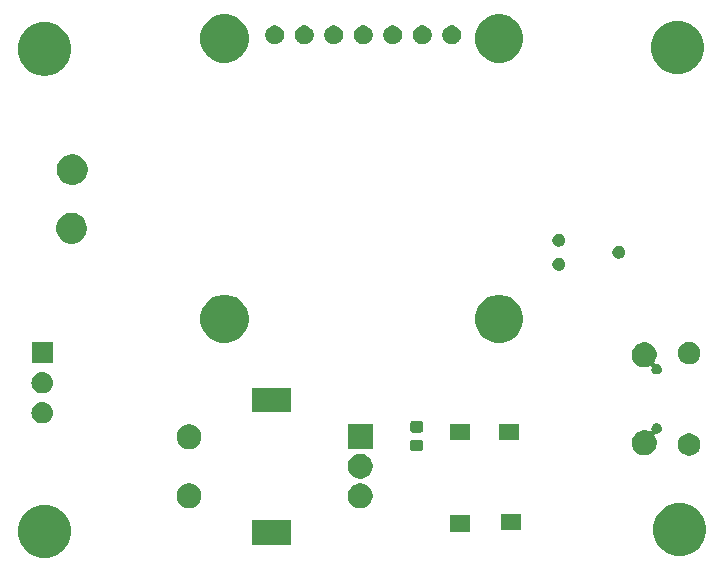
<source format=gbs>
G04 #@! TF.GenerationSoftware,KiCad,Pcbnew,(5.1.2)-1*
G04 #@! TF.CreationDate,2019-08-03T00:37:11-03:00*
G04 #@! TF.ProjectId,Medidor,4d656469-646f-4722-9e6b-696361645f70,rev?*
G04 #@! TF.SameCoordinates,Original*
G04 #@! TF.FileFunction,Soldermask,Bot*
G04 #@! TF.FilePolarity,Negative*
%FSLAX46Y46*%
G04 Gerber Fmt 4.6, Leading zero omitted, Abs format (unit mm)*
G04 Created by KiCad (PCBNEW (5.1.2)-1) date 2019-08-03 00:37:11*
%MOMM*%
%LPD*%
G04 APERTURE LIST*
%ADD10C,0.100000*%
G04 APERTURE END LIST*
D10*
G36*
X87080380Y-129966776D02*
G01*
X87461093Y-130042504D01*
X87870749Y-130212189D01*
X88239429Y-130458534D01*
X88552966Y-130772071D01*
X88799311Y-131140751D01*
X88968996Y-131550407D01*
X89055500Y-131985296D01*
X89055500Y-132428704D01*
X88968996Y-132863593D01*
X88799311Y-133273249D01*
X88552966Y-133641929D01*
X88239429Y-133955466D01*
X87870749Y-134201811D01*
X87461093Y-134371496D01*
X87080380Y-134447224D01*
X87026205Y-134458000D01*
X86582795Y-134458000D01*
X86528620Y-134447224D01*
X86147907Y-134371496D01*
X85738251Y-134201811D01*
X85369571Y-133955466D01*
X85056034Y-133641929D01*
X84809689Y-133273249D01*
X84640004Y-132863593D01*
X84553500Y-132428704D01*
X84553500Y-131985296D01*
X84640004Y-131550407D01*
X84809689Y-131140751D01*
X85056034Y-130772071D01*
X85369571Y-130458534D01*
X85738251Y-130212189D01*
X86147907Y-130042504D01*
X86528620Y-129966776D01*
X86582795Y-129956000D01*
X87026205Y-129956000D01*
X87080380Y-129966776D01*
X87080380Y-129966776D01*
G37*
G36*
X140864880Y-129839776D02*
G01*
X141245593Y-129915504D01*
X141655249Y-130085189D01*
X142023929Y-130331534D01*
X142337466Y-130645071D01*
X142583811Y-131013751D01*
X142753496Y-131423407D01*
X142840000Y-131858296D01*
X142840000Y-132301704D01*
X142753496Y-132736593D01*
X142583811Y-133146249D01*
X142337466Y-133514929D01*
X142023929Y-133828466D01*
X141655249Y-134074811D01*
X141245593Y-134244496D01*
X140864880Y-134320224D01*
X140810705Y-134331000D01*
X140367295Y-134331000D01*
X140313120Y-134320224D01*
X139932407Y-134244496D01*
X139522751Y-134074811D01*
X139154071Y-133828466D01*
X138840534Y-133514929D01*
X138594189Y-133146249D01*
X138424504Y-132736593D01*
X138338000Y-132301704D01*
X138338000Y-131858296D01*
X138424504Y-131423407D01*
X138594189Y-131013751D01*
X138840534Y-130645071D01*
X139154071Y-130331534D01*
X139522751Y-130085189D01*
X139932407Y-129915504D01*
X140313120Y-129839776D01*
X140367295Y-129829000D01*
X140810705Y-129829000D01*
X140864880Y-129839776D01*
X140864880Y-129839776D01*
G37*
G36*
X107689000Y-133357000D02*
G01*
X104387000Y-133357000D01*
X104387000Y-131255000D01*
X107689000Y-131255000D01*
X107689000Y-133357000D01*
X107689000Y-133357000D01*
G37*
G36*
X122834500Y-132273000D02*
G01*
X121132500Y-132273000D01*
X121132500Y-130871000D01*
X122834500Y-130871000D01*
X122834500Y-132273000D01*
X122834500Y-132273000D01*
G37*
G36*
X127152500Y-132146000D02*
G01*
X125450500Y-132146000D01*
X125450500Y-130744000D01*
X127152500Y-130744000D01*
X127152500Y-132146000D01*
X127152500Y-132146000D01*
G37*
G36*
X99344564Y-128195389D02*
G01*
X99535833Y-128274615D01*
X99535835Y-128274616D01*
X99707973Y-128389635D01*
X99854365Y-128536027D01*
X99969385Y-128708167D01*
X100048611Y-128899436D01*
X100089000Y-129102484D01*
X100089000Y-129309516D01*
X100048611Y-129512564D01*
X99969385Y-129703833D01*
X99969384Y-129703835D01*
X99854365Y-129875973D01*
X99707973Y-130022365D01*
X99535835Y-130137384D01*
X99535834Y-130137385D01*
X99535833Y-130137385D01*
X99344564Y-130216611D01*
X99141516Y-130257000D01*
X98934484Y-130257000D01*
X98731436Y-130216611D01*
X98540167Y-130137385D01*
X98540166Y-130137385D01*
X98540165Y-130137384D01*
X98368027Y-130022365D01*
X98221635Y-129875973D01*
X98106616Y-129703835D01*
X98106615Y-129703833D01*
X98027389Y-129512564D01*
X97987000Y-129309516D01*
X97987000Y-129102484D01*
X98027389Y-128899436D01*
X98106615Y-128708167D01*
X98221635Y-128536027D01*
X98368027Y-128389635D01*
X98540165Y-128274616D01*
X98540167Y-128274615D01*
X98731436Y-128195389D01*
X98934484Y-128155000D01*
X99141516Y-128155000D01*
X99344564Y-128195389D01*
X99344564Y-128195389D01*
G37*
G36*
X113844564Y-128195389D02*
G01*
X114035833Y-128274615D01*
X114035835Y-128274616D01*
X114207973Y-128389635D01*
X114354365Y-128536027D01*
X114469385Y-128708167D01*
X114548611Y-128899436D01*
X114589000Y-129102484D01*
X114589000Y-129309516D01*
X114548611Y-129512564D01*
X114469385Y-129703833D01*
X114469384Y-129703835D01*
X114354365Y-129875973D01*
X114207973Y-130022365D01*
X114035835Y-130137384D01*
X114035834Y-130137385D01*
X114035833Y-130137385D01*
X113844564Y-130216611D01*
X113641516Y-130257000D01*
X113434484Y-130257000D01*
X113231436Y-130216611D01*
X113040167Y-130137385D01*
X113040166Y-130137385D01*
X113040165Y-130137384D01*
X112868027Y-130022365D01*
X112721635Y-129875973D01*
X112606616Y-129703835D01*
X112606615Y-129703833D01*
X112527389Y-129512564D01*
X112487000Y-129309516D01*
X112487000Y-129102484D01*
X112527389Y-128899436D01*
X112606615Y-128708167D01*
X112721635Y-128536027D01*
X112868027Y-128389635D01*
X113040165Y-128274616D01*
X113040167Y-128274615D01*
X113231436Y-128195389D01*
X113434484Y-128155000D01*
X113641516Y-128155000D01*
X113844564Y-128195389D01*
X113844564Y-128195389D01*
G37*
G36*
X113844564Y-125695389D02*
G01*
X114012620Y-125765000D01*
X114035835Y-125774616D01*
X114096274Y-125815000D01*
X114207973Y-125889635D01*
X114354365Y-126036027D01*
X114469385Y-126208167D01*
X114548611Y-126399436D01*
X114589000Y-126602484D01*
X114589000Y-126809516D01*
X114548611Y-127012564D01*
X114469385Y-127203833D01*
X114469384Y-127203835D01*
X114354365Y-127375973D01*
X114207973Y-127522365D01*
X114035835Y-127637384D01*
X114035834Y-127637385D01*
X114035833Y-127637385D01*
X113844564Y-127716611D01*
X113641516Y-127757000D01*
X113434484Y-127757000D01*
X113231436Y-127716611D01*
X113040167Y-127637385D01*
X113040166Y-127637385D01*
X113040165Y-127637384D01*
X112868027Y-127522365D01*
X112721635Y-127375973D01*
X112606616Y-127203835D01*
X112606615Y-127203833D01*
X112527389Y-127012564D01*
X112487000Y-126809516D01*
X112487000Y-126602484D01*
X112527389Y-126399436D01*
X112606615Y-126208167D01*
X112721635Y-126036027D01*
X112868027Y-125889635D01*
X112979726Y-125815000D01*
X113040165Y-125774616D01*
X113063380Y-125765000D01*
X113231436Y-125695389D01*
X113434484Y-125655000D01*
X113641516Y-125655000D01*
X113844564Y-125695389D01*
X113844564Y-125695389D01*
G37*
G36*
X141673395Y-123949546D02*
G01*
X141846466Y-124021234D01*
X141846467Y-124021235D01*
X142002227Y-124125310D01*
X142134690Y-124257773D01*
X142134691Y-124257775D01*
X142238766Y-124413534D01*
X142310454Y-124586605D01*
X142347000Y-124770333D01*
X142347000Y-124957667D01*
X142310454Y-125141395D01*
X142238766Y-125314466D01*
X142196622Y-125377539D01*
X142134690Y-125470227D01*
X142002227Y-125602690D01*
X141938331Y-125645384D01*
X141846466Y-125706766D01*
X141673395Y-125778454D01*
X141489667Y-125815000D01*
X141302333Y-125815000D01*
X141118605Y-125778454D01*
X140945534Y-125706766D01*
X140853669Y-125645384D01*
X140789773Y-125602690D01*
X140657310Y-125470227D01*
X140595378Y-125377539D01*
X140553234Y-125314466D01*
X140481546Y-125141395D01*
X140445000Y-124957667D01*
X140445000Y-124770333D01*
X140481546Y-124586605D01*
X140553234Y-124413534D01*
X140657309Y-124257775D01*
X140657310Y-124257773D01*
X140789773Y-124125310D01*
X140945533Y-124021235D01*
X140945534Y-124021234D01*
X141118605Y-123949546D01*
X141302333Y-123913000D01*
X141489667Y-123913000D01*
X141673395Y-123949546D01*
X141673395Y-123949546D01*
G37*
G36*
X138777552Y-123055331D02*
G01*
X138859627Y-123089328D01*
X138859629Y-123089329D01*
X138933496Y-123138686D01*
X138996314Y-123201504D01*
X139045167Y-123274616D01*
X139045672Y-123275373D01*
X139079669Y-123357448D01*
X139097000Y-123444579D01*
X139097000Y-123533421D01*
X139079669Y-123620552D01*
X139059159Y-123670066D01*
X139045671Y-123702629D01*
X139020825Y-123739813D01*
X138997254Y-123775090D01*
X138996314Y-123776496D01*
X138933496Y-123839314D01*
X138859629Y-123888671D01*
X138859628Y-123888672D01*
X138859627Y-123888672D01*
X138777552Y-123922669D01*
X138690421Y-123940000D01*
X138601580Y-123940000D01*
X138599171Y-123939521D01*
X138574787Y-123937120D01*
X138550401Y-123939522D01*
X138526952Y-123946636D01*
X138505342Y-123958187D01*
X138486400Y-123973733D01*
X138470855Y-123992675D01*
X138459304Y-124014286D01*
X138452191Y-124037735D01*
X138449790Y-124062121D01*
X138452192Y-124086507D01*
X138459306Y-124109956D01*
X138470856Y-124131565D01*
X138527385Y-124216167D01*
X138606611Y-124407436D01*
X138647000Y-124610484D01*
X138647000Y-124817516D01*
X138606611Y-125020564D01*
X138558222Y-125137385D01*
X138527384Y-125211835D01*
X138412365Y-125383973D01*
X138265973Y-125530365D01*
X138093835Y-125645384D01*
X138093834Y-125645385D01*
X138093833Y-125645385D01*
X137902564Y-125724611D01*
X137699516Y-125765000D01*
X137492484Y-125765000D01*
X137289436Y-125724611D01*
X137098167Y-125645385D01*
X137098166Y-125645385D01*
X137098165Y-125645384D01*
X136926027Y-125530365D01*
X136779635Y-125383973D01*
X136664616Y-125211835D01*
X136633778Y-125137385D01*
X136585389Y-125020564D01*
X136545000Y-124817516D01*
X136545000Y-124610484D01*
X136585389Y-124407436D01*
X136664615Y-124216167D01*
X136725324Y-124125310D01*
X136779635Y-124044027D01*
X136926027Y-123897635D01*
X137098165Y-123782616D01*
X137112940Y-123776496D01*
X137289436Y-123703389D01*
X137492484Y-123663000D01*
X137699516Y-123663000D01*
X137902565Y-123703389D01*
X138042047Y-123761164D01*
X138065496Y-123768277D01*
X138089882Y-123770679D01*
X138114269Y-123768277D01*
X138137717Y-123761164D01*
X138159328Y-123749613D01*
X138178270Y-123734067D01*
X138193815Y-123715125D01*
X138205366Y-123693515D01*
X138212479Y-123670066D01*
X138214881Y-123645680D01*
X138212479Y-123621294D01*
X138195000Y-123533421D01*
X138195000Y-123444579D01*
X138212331Y-123357448D01*
X138246328Y-123275373D01*
X138246834Y-123274616D01*
X138295686Y-123201504D01*
X138358504Y-123138686D01*
X138432371Y-123089329D01*
X138432373Y-123089328D01*
X138514448Y-123055331D01*
X138601579Y-123038000D01*
X138690421Y-123038000D01*
X138777552Y-123055331D01*
X138777552Y-123055331D01*
G37*
G36*
X118692791Y-124458285D02*
G01*
X118726769Y-124468593D01*
X118758090Y-124485334D01*
X118785539Y-124507861D01*
X118808066Y-124535310D01*
X118824807Y-124566631D01*
X118835115Y-124600609D01*
X118839200Y-124642090D01*
X118839200Y-125243310D01*
X118835115Y-125284791D01*
X118824807Y-125318769D01*
X118808066Y-125350090D01*
X118785539Y-125377539D01*
X118758090Y-125400066D01*
X118726769Y-125416807D01*
X118692791Y-125427115D01*
X118651310Y-125431200D01*
X117975090Y-125431200D01*
X117933609Y-125427115D01*
X117899631Y-125416807D01*
X117868310Y-125400066D01*
X117840861Y-125377539D01*
X117818334Y-125350090D01*
X117801593Y-125318769D01*
X117791285Y-125284791D01*
X117787200Y-125243310D01*
X117787200Y-124642090D01*
X117791285Y-124600609D01*
X117801593Y-124566631D01*
X117818334Y-124535310D01*
X117840861Y-124507861D01*
X117868310Y-124485334D01*
X117899631Y-124468593D01*
X117933609Y-124458285D01*
X117975090Y-124454200D01*
X118651310Y-124454200D01*
X118692791Y-124458285D01*
X118692791Y-124458285D01*
G37*
G36*
X99344564Y-123195389D02*
G01*
X99535833Y-123274615D01*
X99535835Y-123274616D01*
X99707973Y-123389635D01*
X99854365Y-123536027D01*
X99966193Y-123703389D01*
X99969385Y-123708167D01*
X100048611Y-123899436D01*
X100089000Y-124102484D01*
X100089000Y-124309516D01*
X100048611Y-124512564D01*
X99991352Y-124650799D01*
X99969384Y-124703835D01*
X99854365Y-124875973D01*
X99707973Y-125022365D01*
X99535835Y-125137384D01*
X99535834Y-125137385D01*
X99535833Y-125137385D01*
X99344564Y-125216611D01*
X99141516Y-125257000D01*
X98934484Y-125257000D01*
X98731436Y-125216611D01*
X98540167Y-125137385D01*
X98540166Y-125137385D01*
X98540165Y-125137384D01*
X98368027Y-125022365D01*
X98221635Y-124875973D01*
X98106616Y-124703835D01*
X98084648Y-124650799D01*
X98027389Y-124512564D01*
X97987000Y-124309516D01*
X97987000Y-124102484D01*
X98027389Y-123899436D01*
X98106615Y-123708167D01*
X98109808Y-123703389D01*
X98221635Y-123536027D01*
X98368027Y-123389635D01*
X98540165Y-123274616D01*
X98540167Y-123274615D01*
X98731436Y-123195389D01*
X98934484Y-123155000D01*
X99141516Y-123155000D01*
X99344564Y-123195389D01*
X99344564Y-123195389D01*
G37*
G36*
X114589000Y-125257000D02*
G01*
X112487000Y-125257000D01*
X112487000Y-123155000D01*
X114589000Y-123155000D01*
X114589000Y-125257000D01*
X114589000Y-125257000D01*
G37*
G36*
X127025500Y-124526000D02*
G01*
X125323500Y-124526000D01*
X125323500Y-123124000D01*
X127025500Y-123124000D01*
X127025500Y-124526000D01*
X127025500Y-124526000D01*
G37*
G36*
X122834500Y-124526000D02*
G01*
X121132500Y-124526000D01*
X121132500Y-123124000D01*
X122834500Y-123124000D01*
X122834500Y-124526000D01*
X122834500Y-124526000D01*
G37*
G36*
X118692791Y-122883285D02*
G01*
X118726769Y-122893593D01*
X118758090Y-122910334D01*
X118785539Y-122932861D01*
X118808066Y-122960310D01*
X118824807Y-122991631D01*
X118835115Y-123025609D01*
X118839200Y-123067090D01*
X118839200Y-123668310D01*
X118835115Y-123709791D01*
X118824807Y-123743769D01*
X118808066Y-123775090D01*
X118785539Y-123802539D01*
X118758090Y-123825066D01*
X118726769Y-123841807D01*
X118692791Y-123852115D01*
X118651310Y-123856200D01*
X117975090Y-123856200D01*
X117933609Y-123852115D01*
X117899631Y-123841807D01*
X117868310Y-123825066D01*
X117840861Y-123802539D01*
X117818334Y-123775090D01*
X117801593Y-123743769D01*
X117791285Y-123709791D01*
X117787200Y-123668310D01*
X117787200Y-123067090D01*
X117791285Y-123025609D01*
X117801593Y-122991631D01*
X117818334Y-122960310D01*
X117840861Y-122932861D01*
X117868310Y-122910334D01*
X117899631Y-122893593D01*
X117933609Y-122883285D01*
X117975090Y-122879200D01*
X118651310Y-122879200D01*
X118692791Y-122883285D01*
X118692791Y-122883285D01*
G37*
G36*
X86724442Y-121279518D02*
G01*
X86790627Y-121286037D01*
X86960466Y-121337557D01*
X87116991Y-121421222D01*
X87152729Y-121450552D01*
X87254186Y-121533814D01*
X87337448Y-121635271D01*
X87366778Y-121671009D01*
X87450443Y-121827534D01*
X87501963Y-121997373D01*
X87519359Y-122174000D01*
X87501963Y-122350627D01*
X87450443Y-122520466D01*
X87366778Y-122676991D01*
X87337448Y-122712729D01*
X87254186Y-122814186D01*
X87157427Y-122893593D01*
X87116991Y-122926778D01*
X86960466Y-123010443D01*
X86790627Y-123061963D01*
X86724442Y-123068482D01*
X86658260Y-123075000D01*
X86569740Y-123075000D01*
X86503558Y-123068482D01*
X86437373Y-123061963D01*
X86267534Y-123010443D01*
X86111009Y-122926778D01*
X86070573Y-122893593D01*
X85973814Y-122814186D01*
X85890552Y-122712729D01*
X85861222Y-122676991D01*
X85777557Y-122520466D01*
X85726037Y-122350627D01*
X85708641Y-122174000D01*
X85726037Y-121997373D01*
X85777557Y-121827534D01*
X85861222Y-121671009D01*
X85890552Y-121635271D01*
X85973814Y-121533814D01*
X86075271Y-121450552D01*
X86111009Y-121421222D01*
X86267534Y-121337557D01*
X86437373Y-121286037D01*
X86503558Y-121279518D01*
X86569740Y-121273000D01*
X86658260Y-121273000D01*
X86724442Y-121279518D01*
X86724442Y-121279518D01*
G37*
G36*
X107689000Y-122157000D02*
G01*
X104387000Y-122157000D01*
X104387000Y-120055000D01*
X107689000Y-120055000D01*
X107689000Y-122157000D01*
X107689000Y-122157000D01*
G37*
G36*
X86724442Y-118739518D02*
G01*
X86790627Y-118746037D01*
X86960466Y-118797557D01*
X87116991Y-118881222D01*
X87152729Y-118910552D01*
X87254186Y-118993814D01*
X87337448Y-119095271D01*
X87366778Y-119131009D01*
X87450443Y-119287534D01*
X87501963Y-119457373D01*
X87519359Y-119634000D01*
X87501963Y-119810627D01*
X87450443Y-119980466D01*
X87366778Y-120136991D01*
X87337448Y-120172729D01*
X87254186Y-120274186D01*
X87152729Y-120357448D01*
X87116991Y-120386778D01*
X86960466Y-120470443D01*
X86790627Y-120521963D01*
X86724443Y-120528481D01*
X86658260Y-120535000D01*
X86569740Y-120535000D01*
X86503557Y-120528481D01*
X86437373Y-120521963D01*
X86267534Y-120470443D01*
X86111009Y-120386778D01*
X86075271Y-120357448D01*
X85973814Y-120274186D01*
X85890552Y-120172729D01*
X85861222Y-120136991D01*
X85777557Y-119980466D01*
X85726037Y-119810627D01*
X85708641Y-119634000D01*
X85726037Y-119457373D01*
X85777557Y-119287534D01*
X85861222Y-119131009D01*
X85890552Y-119095271D01*
X85973814Y-118993814D01*
X86075271Y-118910552D01*
X86111009Y-118881222D01*
X86267534Y-118797557D01*
X86437373Y-118746037D01*
X86503558Y-118739518D01*
X86569740Y-118733000D01*
X86658260Y-118733000D01*
X86724442Y-118739518D01*
X86724442Y-118739518D01*
G37*
G36*
X137902564Y-116253389D02*
G01*
X138093833Y-116332615D01*
X138093835Y-116332616D01*
X138157731Y-116375310D01*
X138265973Y-116447635D01*
X138412365Y-116594027D01*
X138527385Y-116766167D01*
X138606611Y-116957436D01*
X138647000Y-117160484D01*
X138647000Y-117367516D01*
X138606611Y-117570564D01*
X138527385Y-117761833D01*
X138470856Y-117846435D01*
X138459305Y-117868046D01*
X138452192Y-117891495D01*
X138449790Y-117915881D01*
X138452192Y-117940267D01*
X138459305Y-117963716D01*
X138470856Y-117985327D01*
X138486401Y-118004269D01*
X138505343Y-118019814D01*
X138526954Y-118031365D01*
X138550403Y-118038478D01*
X138574789Y-118040880D01*
X138599171Y-118038479D01*
X138601580Y-118038000D01*
X138690421Y-118038000D01*
X138777552Y-118055331D01*
X138859627Y-118089328D01*
X138859629Y-118089329D01*
X138933496Y-118138686D01*
X138996314Y-118201504D01*
X139045163Y-118274610D01*
X139045672Y-118275373D01*
X139079669Y-118357448D01*
X139097000Y-118444579D01*
X139097000Y-118533421D01*
X139079669Y-118620552D01*
X139045672Y-118702627D01*
X139045671Y-118702629D01*
X138996314Y-118776496D01*
X138933496Y-118839314D01*
X138859629Y-118888671D01*
X138859628Y-118888672D01*
X138859627Y-118888672D01*
X138777552Y-118922669D01*
X138690421Y-118940000D01*
X138601579Y-118940000D01*
X138514448Y-118922669D01*
X138432373Y-118888672D01*
X138432372Y-118888672D01*
X138432371Y-118888671D01*
X138358504Y-118839314D01*
X138295686Y-118776496D01*
X138246329Y-118702629D01*
X138246328Y-118702627D01*
X138212331Y-118620552D01*
X138195000Y-118533421D01*
X138195000Y-118444579D01*
X138212479Y-118356706D01*
X138214881Y-118332320D01*
X138212479Y-118307934D01*
X138205366Y-118284485D01*
X138193815Y-118262874D01*
X138178270Y-118243932D01*
X138159328Y-118228387D01*
X138137717Y-118216836D01*
X138114268Y-118209723D01*
X138089882Y-118207321D01*
X138065496Y-118209723D01*
X138042047Y-118216836D01*
X137902565Y-118274611D01*
X137699516Y-118315000D01*
X137492484Y-118315000D01*
X137289436Y-118274611D01*
X137098167Y-118195385D01*
X137098166Y-118195385D01*
X137098165Y-118195384D01*
X136926027Y-118080365D01*
X136779635Y-117933973D01*
X136664616Y-117761835D01*
X136664615Y-117761833D01*
X136585389Y-117570564D01*
X136545000Y-117367516D01*
X136545000Y-117160484D01*
X136585389Y-116957436D01*
X136664615Y-116766167D01*
X136779635Y-116594027D01*
X136926027Y-116447635D01*
X137034269Y-116375310D01*
X137098165Y-116332616D01*
X137098167Y-116332615D01*
X137289436Y-116253389D01*
X137492484Y-116213000D01*
X137699516Y-116213000D01*
X137902564Y-116253389D01*
X137902564Y-116253389D01*
G37*
G36*
X141673395Y-116199546D02*
G01*
X141846466Y-116271234D01*
X141923818Y-116322919D01*
X142002227Y-116375310D01*
X142134690Y-116507773D01*
X142134691Y-116507775D01*
X142238766Y-116663534D01*
X142310454Y-116836605D01*
X142347000Y-117020333D01*
X142347000Y-117207667D01*
X142310454Y-117391395D01*
X142238766Y-117564466D01*
X142187081Y-117641818D01*
X142134690Y-117720227D01*
X142002227Y-117852690D01*
X141979245Y-117868046D01*
X141846466Y-117956766D01*
X141673395Y-118028454D01*
X141489667Y-118065000D01*
X141302333Y-118065000D01*
X141118605Y-118028454D01*
X140945534Y-117956766D01*
X140812755Y-117868046D01*
X140789773Y-117852690D01*
X140657310Y-117720227D01*
X140604919Y-117641818D01*
X140553234Y-117564466D01*
X140481546Y-117391395D01*
X140445000Y-117207667D01*
X140445000Y-117020333D01*
X140481546Y-116836605D01*
X140553234Y-116663534D01*
X140657309Y-116507775D01*
X140657310Y-116507773D01*
X140789773Y-116375310D01*
X140868182Y-116322919D01*
X140945534Y-116271234D01*
X141118605Y-116199546D01*
X141302333Y-116163000D01*
X141489667Y-116163000D01*
X141673395Y-116199546D01*
X141673395Y-116199546D01*
G37*
G36*
X87515000Y-117995000D02*
G01*
X85713000Y-117995000D01*
X85713000Y-116193000D01*
X87515000Y-116193000D01*
X87515000Y-117995000D01*
X87515000Y-117995000D01*
G37*
G36*
X125892754Y-112264318D02*
G01*
X126266011Y-112418926D01*
X126266013Y-112418927D01*
X126601936Y-112643384D01*
X126887616Y-112929064D01*
X127112074Y-113264989D01*
X127266682Y-113638246D01*
X127345500Y-114034493D01*
X127345500Y-114438507D01*
X127266682Y-114834754D01*
X127112074Y-115208011D01*
X127112073Y-115208013D01*
X126887616Y-115543936D01*
X126601936Y-115829616D01*
X126266013Y-116054073D01*
X126266012Y-116054074D01*
X126266011Y-116054074D01*
X125892754Y-116208682D01*
X125496507Y-116287500D01*
X125092493Y-116287500D01*
X124696246Y-116208682D01*
X124322989Y-116054074D01*
X124322988Y-116054074D01*
X124322987Y-116054073D01*
X123987064Y-115829616D01*
X123701384Y-115543936D01*
X123476927Y-115208013D01*
X123476926Y-115208011D01*
X123322318Y-114834754D01*
X123243500Y-114438507D01*
X123243500Y-114034493D01*
X123322318Y-113638246D01*
X123476926Y-113264989D01*
X123701384Y-112929064D01*
X123987064Y-112643384D01*
X124322987Y-112418927D01*
X124322989Y-112418926D01*
X124696246Y-112264318D01*
X125092493Y-112185500D01*
X125496507Y-112185500D01*
X125892754Y-112264318D01*
X125892754Y-112264318D01*
G37*
G36*
X102642754Y-112264318D02*
G01*
X103016011Y-112418926D01*
X103016013Y-112418927D01*
X103351936Y-112643384D01*
X103637616Y-112929064D01*
X103862074Y-113264989D01*
X104016682Y-113638246D01*
X104095500Y-114034493D01*
X104095500Y-114438507D01*
X104016682Y-114834754D01*
X103862074Y-115208011D01*
X103862073Y-115208013D01*
X103637616Y-115543936D01*
X103351936Y-115829616D01*
X103016013Y-116054073D01*
X103016012Y-116054074D01*
X103016011Y-116054074D01*
X102642754Y-116208682D01*
X102246507Y-116287500D01*
X101842493Y-116287500D01*
X101446246Y-116208682D01*
X101072989Y-116054074D01*
X101072988Y-116054074D01*
X101072987Y-116054073D01*
X100737064Y-115829616D01*
X100451384Y-115543936D01*
X100226927Y-115208013D01*
X100226926Y-115208011D01*
X100072318Y-114834754D01*
X99993500Y-114438507D01*
X99993500Y-114034493D01*
X100072318Y-113638246D01*
X100226926Y-113264989D01*
X100451384Y-112929064D01*
X100737064Y-112643384D01*
X101072987Y-112418927D01*
X101072989Y-112418926D01*
X101446246Y-112264318D01*
X101842493Y-112185500D01*
X102246507Y-112185500D01*
X102642754Y-112264318D01*
X102642754Y-112264318D01*
G37*
G36*
X130459378Y-109065197D02*
G01*
X130512150Y-109075694D01*
X130611570Y-109116875D01*
X130701046Y-109176661D01*
X130777139Y-109252754D01*
X130836925Y-109342230D01*
X130878106Y-109441650D01*
X130899100Y-109547194D01*
X130899100Y-109654806D01*
X130878106Y-109760350D01*
X130836925Y-109859770D01*
X130777139Y-109949246D01*
X130701046Y-110025339D01*
X130611570Y-110085125D01*
X130512150Y-110126306D01*
X130459378Y-110136803D01*
X130406607Y-110147300D01*
X130298993Y-110147300D01*
X130246222Y-110136803D01*
X130193450Y-110126306D01*
X130094030Y-110085125D01*
X130004554Y-110025339D01*
X129928461Y-109949246D01*
X129868675Y-109859770D01*
X129827494Y-109760350D01*
X129806500Y-109654806D01*
X129806500Y-109547194D01*
X129827494Y-109441650D01*
X129868675Y-109342230D01*
X129928461Y-109252754D01*
X130004554Y-109176661D01*
X130094030Y-109116875D01*
X130193450Y-109075694D01*
X130246222Y-109065197D01*
X130298993Y-109054700D01*
X130406607Y-109054700D01*
X130459378Y-109065197D01*
X130459378Y-109065197D01*
G37*
G36*
X135539378Y-108049197D02*
G01*
X135592150Y-108059694D01*
X135691570Y-108100875D01*
X135781046Y-108160661D01*
X135857139Y-108236754D01*
X135916925Y-108326230D01*
X135958106Y-108425650D01*
X135979100Y-108531194D01*
X135979100Y-108638806D01*
X135958106Y-108744350D01*
X135916925Y-108843770D01*
X135857139Y-108933246D01*
X135781046Y-109009339D01*
X135691570Y-109069125D01*
X135592150Y-109110306D01*
X135559125Y-109116875D01*
X135486607Y-109131300D01*
X135378993Y-109131300D01*
X135306475Y-109116875D01*
X135273450Y-109110306D01*
X135174030Y-109069125D01*
X135084554Y-109009339D01*
X135008461Y-108933246D01*
X134948675Y-108843770D01*
X134907494Y-108744350D01*
X134886500Y-108638806D01*
X134886500Y-108531194D01*
X134907494Y-108425650D01*
X134948675Y-108326230D01*
X135008461Y-108236754D01*
X135084554Y-108160661D01*
X135174030Y-108100875D01*
X135273450Y-108059694D01*
X135326222Y-108049197D01*
X135378993Y-108038700D01*
X135486607Y-108038700D01*
X135539378Y-108049197D01*
X135539378Y-108049197D01*
G37*
G36*
X130459378Y-107033197D02*
G01*
X130512150Y-107043694D01*
X130611570Y-107084875D01*
X130701046Y-107144661D01*
X130777139Y-107220754D01*
X130836925Y-107310230D01*
X130878106Y-107409650D01*
X130899100Y-107515194D01*
X130899100Y-107622806D01*
X130878106Y-107728350D01*
X130836925Y-107827770D01*
X130777139Y-107917246D01*
X130701046Y-107993339D01*
X130611570Y-108053125D01*
X130512150Y-108094306D01*
X130479125Y-108100875D01*
X130406607Y-108115300D01*
X130298993Y-108115300D01*
X130226475Y-108100875D01*
X130193450Y-108094306D01*
X130094030Y-108053125D01*
X130004554Y-107993339D01*
X129928461Y-107917246D01*
X129868675Y-107827770D01*
X129827494Y-107728350D01*
X129806500Y-107622806D01*
X129806500Y-107515194D01*
X129827494Y-107409650D01*
X129868675Y-107310230D01*
X129928461Y-107220754D01*
X130004554Y-107144661D01*
X130094030Y-107084875D01*
X130193450Y-107043694D01*
X130246222Y-107033197D01*
X130298993Y-107022700D01*
X130406607Y-107022700D01*
X130459378Y-107033197D01*
X130459378Y-107033197D01*
G37*
G36*
X89482687Y-105298196D02*
G01*
X89719453Y-105396268D01*
X89719455Y-105396269D01*
X89932539Y-105538647D01*
X90113753Y-105719861D01*
X90256132Y-105932947D01*
X90354204Y-106169713D01*
X90404200Y-106421061D01*
X90404200Y-106677339D01*
X90354204Y-106928687D01*
X90289508Y-107084876D01*
X90256131Y-107165455D01*
X90113753Y-107378539D01*
X89932539Y-107559753D01*
X89719455Y-107702131D01*
X89719454Y-107702132D01*
X89719453Y-107702132D01*
X89482687Y-107800204D01*
X89231339Y-107850200D01*
X88975061Y-107850200D01*
X88723713Y-107800204D01*
X88486947Y-107702132D01*
X88486946Y-107702132D01*
X88486945Y-107702131D01*
X88273861Y-107559753D01*
X88092647Y-107378539D01*
X87950269Y-107165455D01*
X87916892Y-107084876D01*
X87852196Y-106928687D01*
X87802200Y-106677339D01*
X87802200Y-106421061D01*
X87852196Y-106169713D01*
X87950268Y-105932947D01*
X88092647Y-105719861D01*
X88273861Y-105538647D01*
X88486945Y-105396269D01*
X88486947Y-105396268D01*
X88723713Y-105298196D01*
X88975061Y-105248200D01*
X89231339Y-105248200D01*
X89482687Y-105298196D01*
X89482687Y-105298196D01*
G37*
G36*
X89533487Y-100348996D02*
G01*
X89770253Y-100447068D01*
X89770255Y-100447069D01*
X89983339Y-100589447D01*
X90164553Y-100770661D01*
X90306932Y-100983747D01*
X90405004Y-101220513D01*
X90455000Y-101471861D01*
X90455000Y-101728139D01*
X90405004Y-101979487D01*
X90306932Y-102216253D01*
X90306931Y-102216255D01*
X90164553Y-102429339D01*
X89983339Y-102610553D01*
X89770255Y-102752931D01*
X89770254Y-102752932D01*
X89770253Y-102752932D01*
X89533487Y-102851004D01*
X89282139Y-102901000D01*
X89025861Y-102901000D01*
X88774513Y-102851004D01*
X88537747Y-102752932D01*
X88537746Y-102752932D01*
X88537745Y-102752931D01*
X88324661Y-102610553D01*
X88143447Y-102429339D01*
X88001069Y-102216255D01*
X88001068Y-102216253D01*
X87902996Y-101979487D01*
X87853000Y-101728139D01*
X87853000Y-101471861D01*
X87902996Y-101220513D01*
X88001068Y-100983747D01*
X88143447Y-100770661D01*
X88324661Y-100589447D01*
X88537745Y-100447069D01*
X88537747Y-100447068D01*
X88774513Y-100348996D01*
X89025861Y-100299000D01*
X89282139Y-100299000D01*
X89533487Y-100348996D01*
X89533487Y-100348996D01*
G37*
G36*
X87080380Y-89136276D02*
G01*
X87461093Y-89212004D01*
X87870749Y-89381689D01*
X88239429Y-89628034D01*
X88552966Y-89941571D01*
X88799311Y-90310251D01*
X88968996Y-90719907D01*
X89055500Y-91154796D01*
X89055500Y-91598204D01*
X88968996Y-92033093D01*
X88799311Y-92442749D01*
X88552966Y-92811429D01*
X88239429Y-93124966D01*
X87870749Y-93371311D01*
X87461093Y-93540996D01*
X87080380Y-93616724D01*
X87026205Y-93627500D01*
X86582795Y-93627500D01*
X86528620Y-93616724D01*
X86147907Y-93540996D01*
X85738251Y-93371311D01*
X85369571Y-93124966D01*
X85056034Y-92811429D01*
X84809689Y-92442749D01*
X84640004Y-92033093D01*
X84553500Y-91598204D01*
X84553500Y-91154796D01*
X84640004Y-90719907D01*
X84809689Y-90310251D01*
X85056034Y-89941571D01*
X85369571Y-89628034D01*
X85738251Y-89381689D01*
X86147907Y-89212004D01*
X86528620Y-89136276D01*
X86582795Y-89125500D01*
X87026205Y-89125500D01*
X87080380Y-89136276D01*
X87080380Y-89136276D01*
G37*
G36*
X140674380Y-89009276D02*
G01*
X141055093Y-89085004D01*
X141464749Y-89254689D01*
X141833429Y-89501034D01*
X142146966Y-89814571D01*
X142393311Y-90183251D01*
X142562996Y-90592907D01*
X142649500Y-91027796D01*
X142649500Y-91471204D01*
X142562996Y-91906093D01*
X142393311Y-92315749D01*
X142146966Y-92684429D01*
X141833429Y-92997966D01*
X141464749Y-93244311D01*
X141055093Y-93413996D01*
X140674380Y-93489724D01*
X140620205Y-93500500D01*
X140176795Y-93500500D01*
X140122620Y-93489724D01*
X139741907Y-93413996D01*
X139332251Y-93244311D01*
X138963571Y-92997966D01*
X138650034Y-92684429D01*
X138403689Y-92315749D01*
X138234004Y-91906093D01*
X138147500Y-91471204D01*
X138147500Y-91027796D01*
X138234004Y-90592907D01*
X138403689Y-90183251D01*
X138650034Y-89814571D01*
X138963571Y-89501034D01*
X139332251Y-89254689D01*
X139741907Y-89085004D01*
X140122620Y-89009276D01*
X140176795Y-88998500D01*
X140620205Y-88998500D01*
X140674380Y-89009276D01*
X140674380Y-89009276D01*
G37*
G36*
X125892754Y-88514318D02*
G01*
X126266011Y-88668926D01*
X126266013Y-88668927D01*
X126601936Y-88893384D01*
X126887616Y-89179064D01*
X127086466Y-89476663D01*
X127112074Y-89514989D01*
X127266682Y-89888246D01*
X127345500Y-90284493D01*
X127345500Y-90688507D01*
X127266682Y-91084754D01*
X127112074Y-91458011D01*
X127112073Y-91458013D01*
X126887616Y-91793936D01*
X126601936Y-92079616D01*
X126266013Y-92304073D01*
X126266012Y-92304074D01*
X126266011Y-92304074D01*
X125892754Y-92458682D01*
X125496507Y-92537500D01*
X125092493Y-92537500D01*
X124696246Y-92458682D01*
X124322989Y-92304074D01*
X124322988Y-92304074D01*
X124322987Y-92304073D01*
X123987064Y-92079616D01*
X123701384Y-91793936D01*
X123476927Y-91458013D01*
X123476926Y-91458011D01*
X123322318Y-91084754D01*
X123243500Y-90688507D01*
X123243500Y-90284493D01*
X123322318Y-89888246D01*
X123476926Y-89514989D01*
X123502535Y-89476663D01*
X123701384Y-89179064D01*
X123987064Y-88893384D01*
X124322987Y-88668927D01*
X124322989Y-88668926D01*
X124696246Y-88514318D01*
X125092493Y-88435500D01*
X125496507Y-88435500D01*
X125892754Y-88514318D01*
X125892754Y-88514318D01*
G37*
G36*
X102642754Y-88514318D02*
G01*
X103016011Y-88668926D01*
X103016013Y-88668927D01*
X103351936Y-88893384D01*
X103637616Y-89179064D01*
X103836466Y-89476663D01*
X103862074Y-89514989D01*
X104016682Y-89888246D01*
X104095500Y-90284493D01*
X104095500Y-90688507D01*
X104016682Y-91084754D01*
X103862074Y-91458011D01*
X103862073Y-91458013D01*
X103637616Y-91793936D01*
X103351936Y-92079616D01*
X103016013Y-92304073D01*
X103016012Y-92304074D01*
X103016011Y-92304074D01*
X102642754Y-92458682D01*
X102246507Y-92537500D01*
X101842493Y-92537500D01*
X101446246Y-92458682D01*
X101072989Y-92304074D01*
X101072988Y-92304074D01*
X101072987Y-92304073D01*
X100737064Y-92079616D01*
X100451384Y-91793936D01*
X100226927Y-91458013D01*
X100226926Y-91458011D01*
X100072318Y-91084754D01*
X99993500Y-90688507D01*
X99993500Y-90284493D01*
X100072318Y-89888246D01*
X100226926Y-89514989D01*
X100252535Y-89476663D01*
X100451384Y-89179064D01*
X100737064Y-88893384D01*
X101072987Y-88668927D01*
X101072989Y-88668926D01*
X101446246Y-88514318D01*
X101842493Y-88435500D01*
X102246507Y-88435500D01*
X102642754Y-88514318D01*
X102642754Y-88514318D01*
G37*
G36*
X109028142Y-89416281D02*
G01*
X109173914Y-89476662D01*
X109173916Y-89476663D01*
X109305108Y-89564322D01*
X109416678Y-89675892D01*
X109504337Y-89807084D01*
X109504338Y-89807086D01*
X109564719Y-89952858D01*
X109595500Y-90107607D01*
X109595500Y-90265393D01*
X109564719Y-90420142D01*
X109504338Y-90565914D01*
X109504337Y-90565916D01*
X109416678Y-90697108D01*
X109305108Y-90808678D01*
X109173916Y-90896337D01*
X109173915Y-90896338D01*
X109173914Y-90896338D01*
X109028142Y-90956719D01*
X108873393Y-90987500D01*
X108715607Y-90987500D01*
X108560858Y-90956719D01*
X108415086Y-90896338D01*
X108415085Y-90896338D01*
X108415084Y-90896337D01*
X108283892Y-90808678D01*
X108172322Y-90697108D01*
X108084663Y-90565916D01*
X108084662Y-90565914D01*
X108024281Y-90420142D01*
X107993500Y-90265393D01*
X107993500Y-90107607D01*
X108024281Y-89952858D01*
X108084662Y-89807086D01*
X108084663Y-89807084D01*
X108172322Y-89675892D01*
X108283892Y-89564322D01*
X108415084Y-89476663D01*
X108415086Y-89476662D01*
X108560858Y-89416281D01*
X108715607Y-89385500D01*
X108873393Y-89385500D01*
X109028142Y-89416281D01*
X109028142Y-89416281D01*
G37*
G36*
X121528142Y-89416281D02*
G01*
X121673914Y-89476662D01*
X121673916Y-89476663D01*
X121805108Y-89564322D01*
X121916678Y-89675892D01*
X122004337Y-89807084D01*
X122004338Y-89807086D01*
X122064719Y-89952858D01*
X122095500Y-90107607D01*
X122095500Y-90265393D01*
X122064719Y-90420142D01*
X122004338Y-90565914D01*
X122004337Y-90565916D01*
X121916678Y-90697108D01*
X121805108Y-90808678D01*
X121673916Y-90896337D01*
X121673915Y-90896338D01*
X121673914Y-90896338D01*
X121528142Y-90956719D01*
X121373393Y-90987500D01*
X121215607Y-90987500D01*
X121060858Y-90956719D01*
X120915086Y-90896338D01*
X120915085Y-90896338D01*
X120915084Y-90896337D01*
X120783892Y-90808678D01*
X120672322Y-90697108D01*
X120584663Y-90565916D01*
X120584662Y-90565914D01*
X120524281Y-90420142D01*
X120493500Y-90265393D01*
X120493500Y-90107607D01*
X120524281Y-89952858D01*
X120584662Y-89807086D01*
X120584663Y-89807084D01*
X120672322Y-89675892D01*
X120783892Y-89564322D01*
X120915084Y-89476663D01*
X120915086Y-89476662D01*
X121060858Y-89416281D01*
X121215607Y-89385500D01*
X121373393Y-89385500D01*
X121528142Y-89416281D01*
X121528142Y-89416281D01*
G37*
G36*
X119028142Y-89416281D02*
G01*
X119173914Y-89476662D01*
X119173916Y-89476663D01*
X119305108Y-89564322D01*
X119416678Y-89675892D01*
X119504337Y-89807084D01*
X119504338Y-89807086D01*
X119564719Y-89952858D01*
X119595500Y-90107607D01*
X119595500Y-90265393D01*
X119564719Y-90420142D01*
X119504338Y-90565914D01*
X119504337Y-90565916D01*
X119416678Y-90697108D01*
X119305108Y-90808678D01*
X119173916Y-90896337D01*
X119173915Y-90896338D01*
X119173914Y-90896338D01*
X119028142Y-90956719D01*
X118873393Y-90987500D01*
X118715607Y-90987500D01*
X118560858Y-90956719D01*
X118415086Y-90896338D01*
X118415085Y-90896338D01*
X118415084Y-90896337D01*
X118283892Y-90808678D01*
X118172322Y-90697108D01*
X118084663Y-90565916D01*
X118084662Y-90565914D01*
X118024281Y-90420142D01*
X117993500Y-90265393D01*
X117993500Y-90107607D01*
X118024281Y-89952858D01*
X118084662Y-89807086D01*
X118084663Y-89807084D01*
X118172322Y-89675892D01*
X118283892Y-89564322D01*
X118415084Y-89476663D01*
X118415086Y-89476662D01*
X118560858Y-89416281D01*
X118715607Y-89385500D01*
X118873393Y-89385500D01*
X119028142Y-89416281D01*
X119028142Y-89416281D01*
G37*
G36*
X116528142Y-89416281D02*
G01*
X116673914Y-89476662D01*
X116673916Y-89476663D01*
X116805108Y-89564322D01*
X116916678Y-89675892D01*
X117004337Y-89807084D01*
X117004338Y-89807086D01*
X117064719Y-89952858D01*
X117095500Y-90107607D01*
X117095500Y-90265393D01*
X117064719Y-90420142D01*
X117004338Y-90565914D01*
X117004337Y-90565916D01*
X116916678Y-90697108D01*
X116805108Y-90808678D01*
X116673916Y-90896337D01*
X116673915Y-90896338D01*
X116673914Y-90896338D01*
X116528142Y-90956719D01*
X116373393Y-90987500D01*
X116215607Y-90987500D01*
X116060858Y-90956719D01*
X115915086Y-90896338D01*
X115915085Y-90896338D01*
X115915084Y-90896337D01*
X115783892Y-90808678D01*
X115672322Y-90697108D01*
X115584663Y-90565916D01*
X115584662Y-90565914D01*
X115524281Y-90420142D01*
X115493500Y-90265393D01*
X115493500Y-90107607D01*
X115524281Y-89952858D01*
X115584662Y-89807086D01*
X115584663Y-89807084D01*
X115672322Y-89675892D01*
X115783892Y-89564322D01*
X115915084Y-89476663D01*
X115915086Y-89476662D01*
X116060858Y-89416281D01*
X116215607Y-89385500D01*
X116373393Y-89385500D01*
X116528142Y-89416281D01*
X116528142Y-89416281D01*
G37*
G36*
X114028142Y-89416281D02*
G01*
X114173914Y-89476662D01*
X114173916Y-89476663D01*
X114305108Y-89564322D01*
X114416678Y-89675892D01*
X114504337Y-89807084D01*
X114504338Y-89807086D01*
X114564719Y-89952858D01*
X114595500Y-90107607D01*
X114595500Y-90265393D01*
X114564719Y-90420142D01*
X114504338Y-90565914D01*
X114504337Y-90565916D01*
X114416678Y-90697108D01*
X114305108Y-90808678D01*
X114173916Y-90896337D01*
X114173915Y-90896338D01*
X114173914Y-90896338D01*
X114028142Y-90956719D01*
X113873393Y-90987500D01*
X113715607Y-90987500D01*
X113560858Y-90956719D01*
X113415086Y-90896338D01*
X113415085Y-90896338D01*
X113415084Y-90896337D01*
X113283892Y-90808678D01*
X113172322Y-90697108D01*
X113084663Y-90565916D01*
X113084662Y-90565914D01*
X113024281Y-90420142D01*
X112993500Y-90265393D01*
X112993500Y-90107607D01*
X113024281Y-89952858D01*
X113084662Y-89807086D01*
X113084663Y-89807084D01*
X113172322Y-89675892D01*
X113283892Y-89564322D01*
X113415084Y-89476663D01*
X113415086Y-89476662D01*
X113560858Y-89416281D01*
X113715607Y-89385500D01*
X113873393Y-89385500D01*
X114028142Y-89416281D01*
X114028142Y-89416281D01*
G37*
G36*
X111528142Y-89416281D02*
G01*
X111673914Y-89476662D01*
X111673916Y-89476663D01*
X111805108Y-89564322D01*
X111916678Y-89675892D01*
X112004337Y-89807084D01*
X112004338Y-89807086D01*
X112064719Y-89952858D01*
X112095500Y-90107607D01*
X112095500Y-90265393D01*
X112064719Y-90420142D01*
X112004338Y-90565914D01*
X112004337Y-90565916D01*
X111916678Y-90697108D01*
X111805108Y-90808678D01*
X111673916Y-90896337D01*
X111673915Y-90896338D01*
X111673914Y-90896338D01*
X111528142Y-90956719D01*
X111373393Y-90987500D01*
X111215607Y-90987500D01*
X111060858Y-90956719D01*
X110915086Y-90896338D01*
X110915085Y-90896338D01*
X110915084Y-90896337D01*
X110783892Y-90808678D01*
X110672322Y-90697108D01*
X110584663Y-90565916D01*
X110584662Y-90565914D01*
X110524281Y-90420142D01*
X110493500Y-90265393D01*
X110493500Y-90107607D01*
X110524281Y-89952858D01*
X110584662Y-89807086D01*
X110584663Y-89807084D01*
X110672322Y-89675892D01*
X110783892Y-89564322D01*
X110915084Y-89476663D01*
X110915086Y-89476662D01*
X111060858Y-89416281D01*
X111215607Y-89385500D01*
X111373393Y-89385500D01*
X111528142Y-89416281D01*
X111528142Y-89416281D01*
G37*
G36*
X106528142Y-89416281D02*
G01*
X106673914Y-89476662D01*
X106673916Y-89476663D01*
X106805108Y-89564322D01*
X106916678Y-89675892D01*
X107004337Y-89807084D01*
X107004338Y-89807086D01*
X107064719Y-89952858D01*
X107095500Y-90107607D01*
X107095500Y-90265393D01*
X107064719Y-90420142D01*
X107004338Y-90565914D01*
X107004337Y-90565916D01*
X106916678Y-90697108D01*
X106805108Y-90808678D01*
X106673916Y-90896337D01*
X106673915Y-90896338D01*
X106673914Y-90896338D01*
X106528142Y-90956719D01*
X106373393Y-90987500D01*
X106215607Y-90987500D01*
X106060858Y-90956719D01*
X105915086Y-90896338D01*
X105915085Y-90896338D01*
X105915084Y-90896337D01*
X105783892Y-90808678D01*
X105672322Y-90697108D01*
X105584663Y-90565916D01*
X105584662Y-90565914D01*
X105524281Y-90420142D01*
X105493500Y-90265393D01*
X105493500Y-90107607D01*
X105524281Y-89952858D01*
X105584662Y-89807086D01*
X105584663Y-89807084D01*
X105672322Y-89675892D01*
X105783892Y-89564322D01*
X105915084Y-89476663D01*
X105915086Y-89476662D01*
X106060858Y-89416281D01*
X106215607Y-89385500D01*
X106373393Y-89385500D01*
X106528142Y-89416281D01*
X106528142Y-89416281D01*
G37*
M02*

</source>
